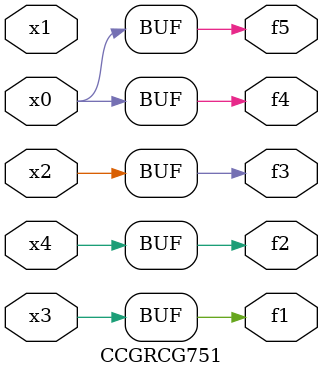
<source format=v>
module CCGRCG751(
	input x0, x1, x2, x3, x4,
	output f1, f2, f3, f4, f5
);
	assign f1 = x3;
	assign f2 = x4;
	assign f3 = x2;
	assign f4 = x0;
	assign f5 = x0;
endmodule

</source>
